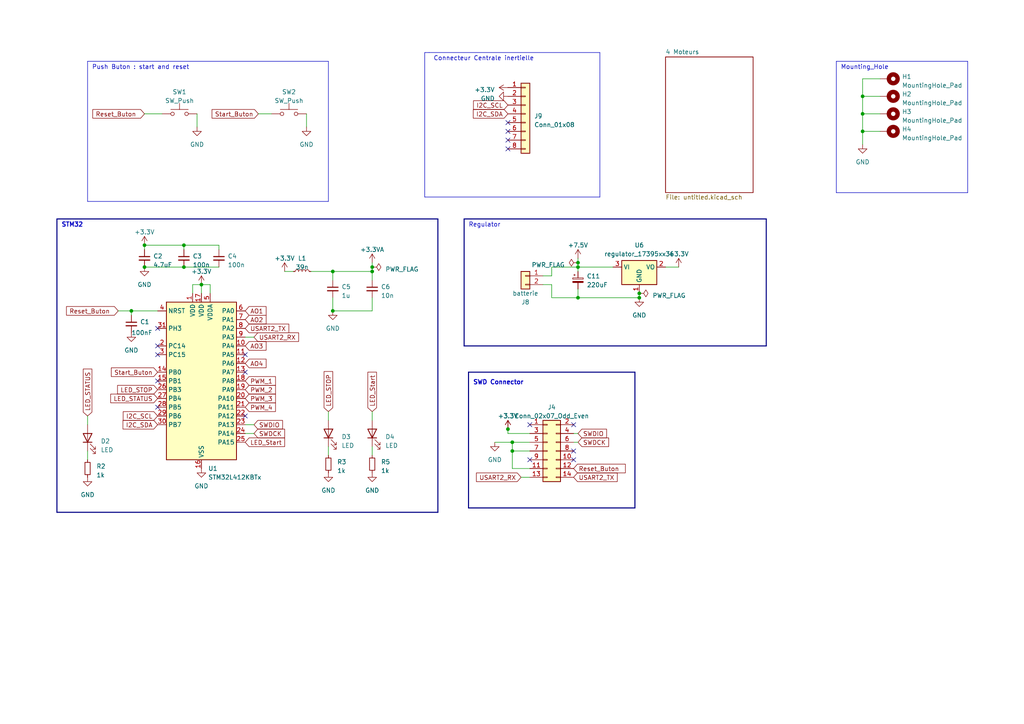
<source format=kicad_sch>
(kicad_sch (version 20230121) (generator eeschema)
  (paper "A4")
  (lib_symbols
    (symbol "Connector_Generic:Conn_01x02" (pin_names (offset 1.016) hide)
      (property "Reference" "J" (at 0 2.54 0))
      (property "Value" "Conn_01x02" (at 0 -5.08 0))
      (symbol "Conn_01x02_1_1"
        (rectangle (start -1.27 -2.413) (end 0 -2.667) (stroke (width 0.1524)))
        (rectangle (start -1.27 0.127) (end 0 -0.127) (stroke (width 0.1524)))
        (rectangle (start -1.27 1.27) (end 1.27 -3.81) (stroke (width 0.254)) (fill (type background)))
        (pin passive line (at -5.08 0 0) (length 3.81) (name "Pin_1") (number "1"))
        (pin passive line (at -5.08 -2.54 0) (length 3.81) (name "Pin_2") (number "2"))
      )
    )
    (symbol "Connector_Generic:Conn_01x08" (pin_names (offset 1.016) hide)
      (property "Reference" "J" (at 0 10.16 0))
      (property "Value" "Conn_01x08" (at 0 -12.7 0))
      (symbol "Conn_01x08_1_1"
        (rectangle (start -1.27 -10.033) (end 0 -10.287) (stroke (width 0.1524)))
        (rectangle (start -1.27 -7.493) (end 0 -7.747) (stroke (width 0.1524)))
        (rectangle (start -1.27 -4.953) (end 0 -5.207) (stroke (width 0.1524)))
        (rectangle (start -1.27 -2.413) (end 0 -2.667) (stroke (width 0.1524)))
        (rectangle (start -1.27 0.127) (end 0 -0.127) (stroke (width 0.1524)))
        (rectangle (start -1.27 2.667) (end 0 2.413) (stroke (width 0.1524)))
        (rectangle (start -1.27 5.207) (end 0 4.953) (stroke (width 0.1524)))
        (rectangle (start -1.27 7.747) (end 0 7.493) (stroke (width 0.1524)))
        (rectangle (start -1.27 8.89) (end 1.27 -11.43) (stroke (width 0.254)) (fill (type background)))
        (pin passive line (at -5.08 7.62 0) (length 3.81) (name "Pin_1") (number "1"))
        (pin passive line (at -5.08 5.08 0) (length 3.81) (name "Pin_2") (number "2"))
        (pin passive line (at -5.08 2.54 0) (length 3.81) (name "Pin_3") (number "3"))
        (pin passive line (at -5.08 0 0) (length 3.81) (name "Pin_4") (number "4"))
        (pin passive line (at -5.08 -2.54 0) (length 3.81) (name "Pin_5") (number "5"))
        (pin passive line (at -5.08 -5.08 0) (length 3.81) (name "Pin_6") (number "6"))
        (pin passive line (at -5.08 -7.62 0) (length 3.81) (name "Pin_7") (number "7"))
        (pin passive line (at -5.08 -10.16 0) (length 3.81) (name "Pin_8") (number "8"))
      )
    )
    (symbol "Connector_Generic:Conn_02x07_Odd_Even" (pin_names (offset 1.016) hide)
      (property "Reference" "J" (at 1.27 10.16 0))
      (property "Value" "Conn_02x07_Odd_Even" (at 1.27 -10.16 0))
      (symbol "Conn_02x07_Odd_Even_1_1"
        (rectangle (start -1.27 -7.493) (end 0 -7.747) (stroke (width 0.1524)))
        (rectangle (start -1.27 -4.953) (end 0 -5.207) (stroke (width 0.1524)))
        (rectangle (start -1.27 -2.413) (end 0 -2.667) (stroke (width 0.1524)))
        (rectangle (start -1.27 0.127) (end 0 -0.127) (stroke (width 0.1524)))
        (rectangle (start -1.27 2.667) (end 0 2.413) (stroke (width 0.1524)))
        (rectangle (start -1.27 5.207) (end 0 4.953) (stroke (width 0.1524)))
        (rectangle (start -1.27 7.747) (end 0 7.493) (stroke (width 0.1524)))
        (rectangle (start -1.27 8.89) (end 3.81 -8.89) (stroke (width 0.254)) (fill (type background)))
        (rectangle (start 3.81 -7.493) (end 2.54 -7.747) (stroke (width 0.1524)))
        (rectangle (start 3.81 -4.953) (end 2.54 -5.207) (stroke (width 0.1524)))
        (rectangle (start 3.81 -2.413) (end 2.54 -2.667) (stroke (width 0.1524)))
        (rectangle (start 3.81 0.127) (end 2.54 -0.127) (stroke (width 0.1524)))
        (rectangle (start 3.81 2.667) (end 2.54 2.413) (stroke (width 0.1524)))
        (rectangle (start 3.81 5.207) (end 2.54 4.953) (stroke (width 0.1524)))
        (rectangle (start 3.81 7.747) (end 2.54 7.493) (stroke (width 0.1524)))
        (pin passive line (at -5.08 7.62 0) (length 3.81) (name "Pin_1") (number "1"))
        (pin passive line (at 7.62 -2.54 180) (length 3.81) (name "Pin_10") (number "10"))
        (pin passive line (at -5.08 -5.08 0) (length 3.81) (name "Pin_11") (number "11"))
        (pin passive line (at 7.62 -5.08 180) (length 3.81) (name "Pin_12") (number "12"))
        (pin passive line (at -5.08 -7.62 0) (length 3.81) (name "Pin_13") (number "13"))
        (pin passive line (at 7.62 -7.62 180) (length 3.81) (name "Pin_14") (number "14"))
        (pin passive line (at 7.62 7.62 180) (length 3.81) (name "Pin_2") (number "2"))
        (pin passive line (at -5.08 5.08 0) (length 3.81) (name "Pin_3") (number "3"))
        (pin passive line (at 7.62 5.08 180) (length 3.81) (name "Pin_4") (number "4"))
        (pin passive line (at -5.08 2.54 0) (length 3.81) (name "Pin_5") (number "5"))
        (pin passive line (at 7.62 2.54 180) (length 3.81) (name "Pin_6") (number "6"))
        (pin passive line (at -5.08 0 0) (length 3.81) (name "Pin_7") (number "7"))
        (pin passive line (at 7.62 0 180) (length 3.81) (name "Pin_8") (number "8"))
        (pin passive line (at -5.08 -2.54 0) (length 3.81) (name "Pin_9") (number "9"))
      )
    )
    (symbol "Device:C_Polarized_Small" (pin_numbers hide) (pin_names (offset 0.254) hide)
      (property "Reference" "C" (at 0.254 1.778 0))
      (property "Value" "C_Polarized_Small" (at 0.254 -2.032 0))
      (symbol "C_Polarized_Small_0_1"
        (rectangle (start -1.524 -0.3048) (end 1.524 -0.6858) (fill (type outline)))
        (rectangle (start -1.524 0.6858) (end 1.524 0.3048))
        (polyline (pts (xy -1.27 1.524) (xy -0.762 1.524)))
        (polyline (pts (xy -1.016 1.27) (xy -1.016 1.778)))
      )
      (symbol "C_Polarized_Small_1_1"
        (pin passive line (at 0 2.54 270) (length 1.8542) (name "~") (number "1"))
        (pin passive line (at 0 -2.54 90) (length 1.8542) (name "~") (number "2"))
      )
    )
    (symbol "Device:C_Small" (pin_numbers hide) (pin_names (offset 0.254) hide)
      (property "Reference" "C" (at 0.254 1.778 0))
      (property "Value" "C_Small" (at 0.254 -2.032 0))
      (symbol "C_Small_0_1"
        (polyline (pts (xy -1.524 -0.508) (xy 1.524 -0.508)) (stroke (width 0.3302)))
        (polyline (pts (xy -1.524 0.508) (xy 1.524 0.508)) (stroke (width 0.3048)))
      )
      (symbol "C_Small_1_1"
        (pin passive line (at 0 2.54 270) (length 2.032) (name "~") (number "1"))
        (pin passive line (at 0 -2.54 90) (length 2.032) (name "~") (number "2"))
      )
    )
    (symbol "Device:LED" (pin_numbers hide) (pin_names (offset 1.016) hide)
      (property "Reference" "D" (at 0 2.54 0))
      (property "Value" "LED" (at 0 -2.54 0))
      (symbol "LED_0_1"
        (polyline (pts (xy -1.27 -1.27) (xy -1.27 1.27)) (stroke (width 0.254)))
        (polyline (pts (xy -1.27 0) (xy 1.27 0)))
        (polyline (pts (xy 1.27 -1.27) (xy 1.27 1.27) (xy -1.27 0) (xy 1.27 -1.27)) (stroke (width 0.254)))
        (polyline (pts (xy -3.048 -0.762) (xy -4.572 -2.286) (xy -3.81 -2.286) (xy -4.572 -2.286) (xy -4.572 -1.524)))
        (polyline (pts (xy -1.778 -0.762) (xy -3.302 -2.286) (xy -2.54 -2.286) (xy -3.302 -2.286) (xy -3.302 -1.524)))
      )
      (symbol "LED_1_1"
        (pin passive line (at -3.81 0 0) (length 2.54) (name "K") (number "1"))
        (pin passive line (at 3.81 0 180) (length 2.54) (name "A") (number "2"))
      )
    )
    (symbol "Device:L_Small" (pin_numbers hide) (pin_names (offset 0.254) hide)
      (property "Reference" "L" (at 0.762 1.016 0))
      (property "Value" "L_Small" (at 0.762 -1.016 0))
      (symbol "L_Small_0_1"
        (arc (start 0 -2.032) (mid 0.5058 -1.524) (end 0 -1.016))
        (arc (start 0 -1.016) (mid 0.5058 -0.508) (end 0 0))
        (arc (start 0 0) (mid 0.5058 0.508) (end 0 1.016))
        (arc (start 0 1.016) (mid 0.5058 1.524) (end 0 2.032))
      )
      (symbol "L_Small_1_1"
        (pin passive line (at 0 2.54 270) (length 0.508) (name "~") (number "1"))
        (pin passive line (at 0 -2.54 90) (length 0.508) (name "~") (number "2"))
      )
    )
    (symbol "Device:R_Small" (pin_numbers hide) (pin_names (offset 0.254) hide)
      (property "Reference" "R" (at 0.762 0.508 0))
      (property "Value" "R_Small" (at 0.762 -1.016 0))
      (symbol "R_Small_0_1"
        (rectangle (start -0.762 1.778) (end 0.762 -1.778) (stroke (width 0.2032)))
      )
      (symbol "R_Small_1_1"
        (pin passive line (at 0 2.54 270) (length 0.762) (name "~") (number "1"))
        (pin passive line (at 0 -2.54 90) (length 0.762) (name "~") (number "2"))
      )
    )
    (symbol "MCU_ST_STM32L4:STM32L412KBTx"
      (property "Reference" "U" (at -10.16 24.13 0))
      (property "Value" "STM32L412KBTx" (at 5.08 24.13 0))
      (symbol "STM32L412KBTx_0_1"
        (rectangle (start -10.16 -22.86) (end 10.16 22.86) (stroke (width 0.254)) (fill (type background)))
      )
      (symbol "STM32L412KBTx_1_1"
        (pin power_in line (at -2.54 25.4 270) (length 2.54) (name "VDD") (number "1"))
        (pin bidirectional line (at 12.7 10.16 180) (length 2.54) (name "PA4") (number "10"))
        (pin bidirectional line (at 12.7 7.62 180) (length 2.54) (name "PA5") (number "11"))
        (pin bidirectional line (at 12.7 5.08 180) (length 2.54) (name "PA6") (number "12"))
        (pin bidirectional line (at 12.7 2.54 180) (length 2.54) (name "PA7") (number "13"))
        (pin bidirectional line (at -12.7 2.54 0) (length 2.54) (name "PB0") (number "14"))
        (pin bidirectional line (at -12.7 0 0) (length 2.54) (name "PB1") (number "15"))
        (pin power_in line (at 0 -25.4 90) (length 2.54) (name "VSS") (number "16"))
        (pin power_in line (at 0 25.4 270) (length 2.54) (name "VDD") (number "17"))
        (pin bidirectional line (at 12.7 0 180) (length 2.54) (name "PA8") (number "18"))
        (pin bidirectional line (at 12.7 -2.54 180) (length 2.54) (name "PA9") (number "19"))
        (pin bidirectional line (at -12.7 10.16 0) (length 2.54) (name "PC14") (number "2"))
        (pin bidirectional line (at 12.7 -5.08 180) (length 2.54) (name "PA10") (number "20"))
        (pin bidirectional line (at 12.7 -7.62 180) (length 2.54) (name "PA11") (number "21"))
        (pin bidirectional line (at 12.7 -10.16 180) (length 2.54) (name "PA12") (number "22"))
        (pin bidirectional line (at 12.7 -12.7 180) (length 2.54) (name "PA13") (number "23"))
        (pin bidirectional line (at 12.7 -15.24 180) (length 2.54) (name "PA14") (number "24"))
        (pin bidirectional line (at 12.7 -17.78 180) (length 2.54) (name "PA15") (number "25"))
        (pin bidirectional line (at -12.7 -2.54 0) (length 2.54) (name "PB3") (number "26"))
        (pin bidirectional line (at -12.7 -5.08 0) (length 2.54) (name "PB4") (number "27"))
        (pin bidirectional line (at -12.7 -7.62 0) (length 2.54) (name "PB5") (number "28"))
        (pin bidirectional line (at -12.7 -10.16 0) (length 2.54) (name "PB6") (number "29"))
        (pin bidirectional line (at -12.7 7.62 0) (length 2.54) (name "PC15") (number "3"))
        (pin bidirectional line (at -12.7 -12.7 0) (length 2.54) (name "PB7") (number "30"))
        (pin bidirectional line (at -12.7 15.24 0) (length 2.54) (name "PH3") (number "31"))
        (pin passive line (at 0 -25.4 90) (length 2.54) hide (name "VSS") (number "32"))
        (pin input line (at -12.7 20.32 0) (length 2.54) (name "NRST") (number "4"))
        (pin power_in line (at 2.54 25.4 270) (length 2.54) (name "VDDA") (number "5"))
        (pin bidirectional line (at 12.7 20.32 180) (length 2.54) (name "PA0") (number "6"))
        (pin bidirectional line (at 12.7 17.78 180) (length 2.54) (name "PA1") (number "7"))
        (pin bidirectional line (at 12.7 15.24 180) (length 2.54) (name "PA2") (number "8"))
        (pin bidirectional line (at 12.7 12.7 180) (length 2.54) (name "PA3") (number "9"))
      )
    )
    (symbol "Mechanical:MountingHole_Pad" (pin_numbers hide) (pin_names (offset 1.016) hide)
      (property "Reference" "H" (at 0 6.35 0))
      (property "Value" "MountingHole_Pad" (at 0 4.445 0))
      (symbol "MountingHole_Pad_0_1"
        (circle (center 0 1.27) (radius 1.27) (stroke (width 1.27)))
      )
      (symbol "MountingHole_Pad_1_1"
        (pin input line (at 0 -2.54 90) (length 2.54) (name "1") (number "1"))
      )
    )
    (symbol "Regulator_Linear:AMS1117-3.3"
      (property "Reference" "U" (at -3.81 3.175 0))
      (property "Value" "AMS1117-3.3" (at 0 3.175 0))
      (symbol "AMS1117-3.3_0_1"
        (rectangle (start -5.08 -5.08) (end 5.08 1.905) (stroke (width 0.254)) (fill (type background)))
      )
      (symbol "AMS1117-3.3_1_1"
        (pin power_in line (at 0 -7.62 90) (length 2.54) (name "GND") (number "1"))
        (pin power_out line (at 7.62 0 180) (length 2.54) (name "VO") (number "2"))
        (pin power_in line (at -7.62 0 0) (length 2.54) (name "VI") (number "3"))
      )
    )
    (symbol "Switch:SW_Push" (pin_numbers hide) (pin_names (offset 1.016) hide)
      (property "Reference" "SW" (at 1.27 2.54 0))
      (property "Value" "SW_Push" (at 0 -1.524 0))
      (symbol "SW_Push_0_1"
        (circle (center -2.032 0) (radius 0.508))
        (polyline (pts (xy 0 1.27) (xy 0 3.048)))
        (polyline (pts (xy 2.54 1.27) (xy -2.54 1.27)))
        (circle (center 2.032 0) (radius 0.508))
        (pin passive line (at -5.08 0 0) (length 2.54) (name "1") (number "1"))
        (pin passive line (at 5.08 0 180) (length 2.54) (name "2") (number "2"))
      )
    )
    (symbol "power:+3.3V" (power) (pin_names (offset 0))
      (property "Value" "+3.3V" (at 0 3.556 0))
      (symbol "+3.3V_0_1"
        (polyline (pts (xy -0.762 1.27) (xy 0 2.54)))
        (polyline (pts (xy 0 0) (xy 0 2.54)))
        (polyline (pts (xy 0 2.54) (xy 0.762 1.27)))
      )
      (symbol "+3.3V_1_1"
        (pin power_in line (at 0 0 90) (length 0) hide (name "+3.3V") (number "1"))
      )
    )
    (symbol "power:+3.3VA" (power) (pin_names (offset 0))
      (property "Value" "+3.3VA" (at 0 3.556 0))
      (symbol "+3.3VA_0_1"
        (polyline (pts (xy -0.762 1.27) (xy 0 2.54)))
        (polyline (pts (xy 0 0) (xy 0 2.54)))
        (polyline (pts (xy 0 2.54) (xy 0.762 1.27)))
      )
      (symbol "+3.3VA_1_1"
        (pin power_in line (at 0 0 90) (length 0) hide (name "+3.3VA") (number "1"))
      )
    )
    (symbol "power:+7.5V" (power) (pin_names (offset 0))
      (property "Value" "+7.5V" (at 0 3.556 0))
      (symbol "+7.5V_0_1"
        (polyline (pts (xy -0.762 1.27) (xy 0 2.54)))
        (polyline (pts (xy 0 0) (xy 0 2.54)))
        (polyline (pts (xy 0 2.54) (xy 0.762 1.27)))
      )
      (symbol "+7.5V_1_1"
        (pin power_in line (at 0 0 90) (length 0) hide (name "+7.5V") (number "1"))
      )
    )
    (symbol "power:GND" (power) (pin_names (offset 0))
      (property "Value" "GND" (at 0 -3.81 0))
      (symbol "GND_0_1"
        (polyline (pts (xy 0 0) (xy 0 -1.27) (xy 1.27 -1.27) (xy 0 -2.54) (xy -1.27 -1.27) (xy 0 -1.27)))
      )
      (symbol "GND_1_1"
        (pin power_in line (at 0 0 270) (length 0) hide (name "GND") (number "1"))
      )
    )
    (symbol "power:PWR_FLAG" (power) (pin_numbers hide) (pin_names (offset 0) hide)
      (property "Value" "PWR_FLAG" (at 0 3.81 0))
      (symbol "PWR_FLAG_0_0"
        (pin power_out line (at 0 0 90) (length 0) (name "pwr") (number "1"))
      )
      (symbol "PWR_FLAG_0_1"
        (polyline (pts (xy 0 0) (xy 0 1.27) (xy -1.016 1.905) (xy 0 2.54) (xy 1.016 1.905) (xy 0 1.27)))
      )
    )
  )
  (junction (at 38.1 90.17))
  (junction (at 107.95 77.47))
  (junction (at 53.34 71.12))
  (junction (at 185.42 86.36))
  (junction (at 147.32 124.46))
  (junction (at 58.42 82.55))
  (junction (at 107.95 78.74))
  (junction (at 53.34 77.47))
  (junction (at 41.91 77.47))
  (junction (at 167.64 77.47))
  (junction (at 185.42 85.09))
  (junction (at 96.52 78.74))
  (junction (at 148.59 130.81))
  (junction (at 250.19 27.94))
  (junction (at 148.59 128.27))
  (junction (at 167.64 76.2))
  (junction (at 41.91 71.12))
  (junction (at 96.52 90.17))
  (junction (at 167.64 86.36))
  (junction (at 250.19 33.02))
  (junction (at 250.19 38.1))
  (no_connect (at 153.67 133.35))
  (no_connect (at 147.32 40.64))
  (no_connect (at 147.32 35.56))
  (no_connect (at 45.72 118.11))
  (no_connect (at 45.72 100.33))
  (no_connect (at 147.32 38.1))
  (no_connect (at 166.37 130.81))
  (no_connect (at 147.32 43.18))
  (no_connect (at 166.37 133.35))
  (no_connect (at 153.67 123.19))
  (no_connect (at 71.12 107.95))
  (no_connect (at 45.72 110.49))
  (no_connect (at 45.72 95.25))
  (no_connect (at 71.12 120.65))
  (no_connect (at 166.37 123.19))
  (no_connect (at 71.12 102.87))
  (no_connect (at 45.72 102.87))
  (wire (pts (xy 255.27 22.86) (xy 250.19 22.86)))
  (polyline (pts (xy 123.19 15.24) (xy 124.46 15.24)))
  (polyline (pts (xy 280.67 17.78) (xy 280.67 55.88)))
  (wire (pts (xy 34.29 90.17) (xy 38.1 90.17)))
  (wire (pts (xy 160.02 86.36) (xy 167.64 86.36)))
  (wire (pts (xy 107.95 129.54) (xy 107.95 132.08)))
  (wire (pts (xy 107.95 90.17) (xy 96.52 90.17)))
  (wire (pts (xy 38.1 90.17) (xy 38.1 91.44)))
  (wire (pts (xy 25.4 130.81) (xy 25.4 133.35)))
  (wire (pts (xy 41.91 77.47) (xy 53.34 77.47)))
  (wire (pts (xy 53.34 77.47) (xy 63.5 77.47)))
  (bus (pts (xy 134.62 63.5) (xy 222.25 63.5)))
  (wire (pts (xy 250.19 33.02) (xy 250.19 38.1)))
  (wire (pts (xy 148.59 130.81) (xy 153.67 130.81)))
  (wire (pts (xy 73.66 125.73) (xy 71.12 125.73)))
  (wire (pts (xy 55.88 82.55) (xy 58.42 82.55)))
  (wire (pts (xy 167.64 86.36) (xy 185.42 86.36)))
  (wire (pts (xy 250.19 38.1) (xy 250.19 41.91)))
  (bus (pts (xy 222.25 100.33) (xy 134.62 100.33)))
  (wire (pts (xy 147.32 125.73) (xy 147.32 124.46)))
  (wire (pts (xy 167.64 76.2) (xy 167.64 77.47)))
  (bus (pts (xy 222.25 63.5) (xy 222.25 100.33)))
  (wire (pts (xy 63.5 72.39) (xy 63.5 71.12)))
  (wire (pts (xy 196.85 77.47) (xy 193.04 77.47)))
  (wire (pts (xy 167.64 74.93) (xy 167.64 76.2)))
  (wire (pts (xy 107.95 86.36) (xy 107.95 90.17)))
  (wire (pts (xy 55.88 85.09) (xy 55.88 82.55)))
  (wire (pts (xy 148.59 135.89) (xy 153.67 135.89)))
  (wire (pts (xy 96.52 78.74) (xy 96.52 81.28)))
  (wire (pts (xy 167.64 77.47) (xy 177.8 77.47)))
  (polyline (pts (xy 242.57 17.78) (xy 280.67 17.78)))
  (wire (pts (xy 73.66 123.19) (xy 71.12 123.19)))
  (wire (pts (xy 153.67 125.73) (xy 147.32 125.73)))
  (wire (pts (xy 250.19 33.02) (xy 255.27 33.02)))
  (polyline (pts (xy 95.25 17.78) (xy 95.25 58.42)))
  (wire (pts (xy 25.4 120.65) (xy 25.4 123.19)))
  (wire (pts (xy 107.95 81.28) (xy 107.95 78.74)))
  (wire (pts (xy 167.64 83.82) (xy 167.64 86.36)))
  (wire (pts (xy 95.25 129.54) (xy 95.25 132.08)))
  (wire (pts (xy 167.64 125.73) (xy 166.37 125.73)))
  (polyline (pts (xy 123.19 57.15) (xy 123.19 15.24)))
  (wire (pts (xy 41.91 33.02) (xy 46.99 33.02)))
  (wire (pts (xy 90.17 78.74) (xy 96.52 78.74)))
  (wire (pts (xy 41.91 72.39) (xy 41.91 71.12)))
  (wire (pts (xy 160.02 82.55) (xy 160.02 86.36)))
  (polyline (pts (xy 25.4 17.78) (xy 25.4 58.42)))
  (wire (pts (xy 157.48 82.55) (xy 160.02 82.55)))
  (wire (pts (xy 107.95 76.2) (xy 107.95 77.47)))
  (wire (pts (xy 160.02 80.01) (xy 160.02 77.47)))
  (polyline (pts (xy 124.46 15.24) (xy 173.99 15.24)))
  (polyline (pts (xy 173.99 15.24) (xy 173.99 57.15)))
  (wire (pts (xy 255.27 27.94) (xy 250.19 27.94)))
  (wire (pts (xy 250.19 22.86) (xy 250.19 27.94)))
  (wire (pts (xy 63.5 71.12) (xy 53.34 71.12)))
  (wire (pts (xy 167.64 128.27) (xy 166.37 128.27)))
  (wire (pts (xy 58.42 82.55) (xy 58.42 85.09)))
  (wire (pts (xy 167.64 78.74) (xy 167.64 77.47)))
  (polyline (pts (xy 242.57 17.78) (xy 242.57 55.88)))
  (wire (pts (xy 88.9 33.02) (xy 88.9 36.83)))
  (wire (pts (xy 160.02 77.47) (xy 167.64 77.47)))
  (wire (pts (xy 60.96 82.55) (xy 60.96 85.09)))
  (bus (pts (xy 127 148.59) (xy 16.51 148.59)))
  (wire (pts (xy 148.59 128.27) (xy 153.67 128.27)))
  (wire (pts (xy 95.25 119.38) (xy 95.25 121.92)))
  (wire (pts (xy 74.93 33.02) (xy 78.74 33.02)))
  (wire (pts (xy 53.34 71.12) (xy 53.34 72.39)))
  (bus (pts (xy 16.51 63.5) (xy 127 63.5)))
  (wire (pts (xy 82.55 78.74) (xy 85.09 78.74)))
  (wire (pts (xy 96.52 90.17) (xy 96.52 86.36)))
  (wire (pts (xy 143.51 128.27) (xy 148.59 128.27)))
  (bus (pts (xy 127 63.5) (xy 127 148.59)))
  (polyline (pts (xy 280.67 55.88) (xy 242.57 55.88)))
  (bus (pts (xy 16.51 63.5) (xy 16.51 148.59)))
  (bus (pts (xy 184.15 147.32) (xy 135.89 147.32)))
  (bus (pts (xy 135.89 107.95) (xy 135.89 147.32)))
  (wire (pts (xy 107.95 77.47) (xy 107.95 78.74)))
  (polyline (pts (xy 25.4 17.78) (xy 95.25 17.78)))
  (wire (pts (xy 250.19 27.94) (xy 250.19 33.02)))
  (bus (pts (xy 134.62 100.33) (xy 134.62 63.5)))
  (bus (pts (xy 184.15 107.95) (xy 184.15 147.32)))
  (wire (pts (xy 250.19 38.1) (xy 255.27 38.1)))
  (wire (pts (xy 151.13 138.43) (xy 153.67 138.43)))
  (wire (pts (xy 148.59 128.27) (xy 148.59 130.81)))
  (wire (pts (xy 58.42 82.55) (xy 60.96 82.55)))
  (wire (pts (xy 41.91 71.12) (xy 53.34 71.12)))
  (polyline (pts (xy 173.99 57.15) (xy 123.19 57.15)))
  (wire (pts (xy 148.59 130.81) (xy 148.59 135.89)))
  (wire (pts (xy 185.42 86.36) (xy 185.42 85.09)))
  (polyline (pts (xy 95.25 58.42) (xy 25.4 58.42)))
  (wire (pts (xy 38.1 90.17) (xy 45.72 90.17)))
  (bus (pts (xy 135.89 107.95) (xy 184.15 107.95)))
  (wire (pts (xy 157.48 80.01) (xy 160.02 80.01)))
  (wire (pts (xy 107.95 78.74) (xy 96.52 78.74)))
  (wire (pts (xy 73.66 97.79) (xy 71.12 97.79)))
  (wire (pts (xy 57.15 33.02) (xy 57.15 36.83)))
  (wire (pts (xy 107.95 119.38) (xy 107.95 121.92)))
  (text "Mounting_Hole\n" (at 243.84 20.32 0) (effects (font (size 1.27 1.27)) (justify left bottom)))
  (text "STM32" (at 17.78 66.04 0) (effects (font (size 1.27 1.27) (thickness 0.254) bold) (justify left bottom)))
  (text "Push Buton : start and reset\n" (at 26.67 20.32 0) (effects (font (size 1.27 1.27)) (justify left bottom)))
  (text "SWD Connector" (at 137.16 111.76 0) (effects (font (size 1.27 1.27) (thickness 0.254) bold) (justify left bottom)))
  (text "Connecteur Centrale inertielle\n" (at 125.73 17.78 0) (effects (font (size 1.27 1.27)) (justify left bottom)))
  (text "Regulator\n" (at 135.89 66.04 0) (effects (font (size 1.27 1.27)) (justify left bottom)))
  (global_label "Start_Buton" (shape input) (at 45.72 107.95 180) (property "Intersheetrefs" "${INTERSHEET_REFS}" (effects hide)))
  (global_label "Start_Buton" (shape input) (at 74.93 33.02 180) (property "Intersheetrefs" "${INTERSHEET_REFS}" (effects hide)))
  (global_label "AO3" (shape input) (at 71.12 100.33 0) (property "Intersheetrefs" "${INTERSHEET_REFS}" (effects hide)))
  (global_label "SWDCK" (shape input) (at 73.66 125.73 0) (property "Intersheetrefs" "${INTERSHEET_REFS}" (effects hide)))
  (global_label "SWDCK" (shape input) (at 167.64 128.27 0) (property "Intersheetrefs" "${INTERSHEET_REFS}" (effects hide)))
  (global_label "PWM_2" (shape input) (at 71.12 113.03 0) (property "Intersheetrefs" "${INTERSHEET_REFS}" (effects hide)))
  (global_label "I2C_SCL" (shape input) (at 147.32 30.48 180) (property "Intersheetrefs" "${INTERSHEET_REFS}" (effects hide)))
  (global_label "Reset_Buton " (shape input) (at 41.91 33.02 180) (property "Intersheetrefs" "${INTERSHEET_REFS}" (effects hide)))
  (global_label "SWDIO" (shape input) (at 167.64 125.73 0) (property "Intersheetrefs" "${INTERSHEET_REFS}" (effects hide)))
  (global_label "I2C_SCL" (shape input) (at 45.72 120.65 180) (property "Intersheetrefs" "${INTERSHEET_REFS}" (effects hide)))
  (global_label "USART2_RX" (shape input) (at 73.66 97.79 0) (property "Intersheetrefs" "${INTERSHEET_REFS}" (effects hide)))
  (global_label "AO2" (shape input) (at 71.12 92.71 0) (property "Intersheetrefs" "${INTERSHEET_REFS}" (effects hide)))
  (global_label "USART2_RX" (shape input) (at 151.13 138.43 180) (property "Intersheetrefs" "${INTERSHEET_REFS}" (effects hide)))
  (global_label "LED_STATUS" (shape input) (at 25.4 120.65 90) (property "Intersheetrefs" "${INTERSHEET_REFS}" (effects hide)))
  (global_label "PWM_1" (shape input) (at 71.12 110.49 0) (property "Intersheetrefs" "${INTERSHEET_REFS}" (effects hide)))
  (global_label "LED_STOP" (shape input) (at 95.25 119.38 90) (property "Intersheetrefs" "${INTERSHEET_REFS}" (effects hide)))
  (global_label "PWM_4" (shape input) (at 71.12 118.11 0) (property "Intersheetrefs" "${INTERSHEET_REFS}" (effects hide)))
  (global_label "USART2_TX" (shape input) (at 71.12 95.25 0) (property "Intersheetrefs" "${INTERSHEET_REFS}" (effects hide)))
  (global_label "Reset_Buton " (shape input) (at 34.29 90.17 180) (property "Intersheetrefs" "${INTERSHEET_REFS}" (effects hide)))
  (global_label "I2C_SDA" (shape input) (at 147.32 33.02 180) (property "Intersheetrefs" "${INTERSHEET_REFS}" (effects hide)))
  (global_label "AO4" (shape input) (at 71.12 105.41 0) (property "Intersheetrefs" "${INTERSHEET_REFS}" (effects hide)))
  (global_label "PWM_3" (shape input) (at 71.12 115.57 0) (property "Intersheetrefs" "${INTERSHEET_REFS}" (effects hide)))
  (global_label "USART2_TX" (shape input) (at 166.37 138.43 0) (property "Intersheetrefs" "${INTERSHEET_REFS}" (effects hide)))
  (global_label "AO1" (shape input) (at 71.12 90.17 0) (property "Intersheetrefs" "${INTERSHEET_REFS}" (effects hide)))
  (global_label "LED_STOP" (shape input) (at 45.72 113.03 180) (property "Intersheetrefs" "${INTERSHEET_REFS}" (effects hide)))
  (global_label "Reset_Buton " (shape input) (at 166.37 135.89 0) (property "Intersheetrefs" "${INTERSHEET_REFS}" (effects hide)))
  (global_label "LED_STATUS" (shape input) (at 45.72 115.57 180) (property "Intersheetrefs" "${INTERSHEET_REFS}" (effects hide)))
  (global_label "I2C_SDA" (shape input) (at 45.72 123.19 180) (property "Intersheetrefs" "${INTERSHEET_REFS}" (effects hide)))
  (global_label "LED_Start" (shape input) (at 107.95 119.38 90) (property "Intersheetrefs" "${INTERSHEET_REFS}" (effects hide)))
  (global_label "SWDIO" (shape input) (at 73.66 123.19 0) (property "Intersheetrefs" "${INTERSHEET_REFS}" (effects hide)))
  (global_label "LED_Start" (shape input) (at 71.12 128.27 0) (property "Intersheetrefs" "${INTERSHEET_REFS}" (effects hide)))
  (symbol (lib_id "power:+3.3V") (at 196.85 77.47 0) (unit 1)
    (property "Reference" "#PWR045" (effects hide))
    (property "Value" "+3.3V" (at 196.85 73.66 0))
  )
  (symbol (lib_id "Connector_Generic:Conn_01x08") (at 152.4 33.02 0) (unit 1)
    (property "Reference" "J9" (at 154.94 33.655 0) (effects (justify left)))
    (property "Value" "Conn_01x08" (at 154.94 36.195 0) (effects (justify left)))
    (property "Footprint" "Connector_JST:JST_XH_B8B-XH-A_1x08_P2.50mm_Vertical" (effects hide))
  )
  (symbol (lib_id "Device:C_Small") (at 96.52 83.82 0) (unit 1)
    (property "Reference" "C5" (at 99.06 83.1913 0) (effects (justify left)))
    (property "Value" "1u" (at 99.06 85.7313 0) (effects (justify left)))
    (property "Footprint" "Capacitor_SMD:C_0603_1608Metric_Pad1.08x0.95mm_HandSolder" (effects hide))
  )
  (symbol (lib_id "power:GND") (at 143.51 128.27 0) (unit 1)
    (property "Reference" "#PWR019" (effects hide))
    (property "Value" "GND" (at 143.51 133.35 0))
  )
  (symbol (lib_id "Connector_Generic:Conn_02x07_Odd_Even") (at 158.75 130.81 0) (unit 1)
    (property "Reference" "J4" (at 160.02 118.11 0))
    (property "Value" "Conn_02x07_Odd_Even" (at 160.02 120.65 0))
    (property "Footprint" "Connector_PinHeader_1.27mm:PinHeader_2x07_P1.27mm_Vertical_SMD" (effects hide))
  )
  (symbol (lib_id "power:+3.3V") (at 58.42 82.55 0) (unit 1)
    (property "Reference" "#PWR05" (effects hide))
    (property "Value" "+3.3V" (at 58.42 78.74 0))
  )
  (symbol (lib_id "Device:C_Polarized_Small") (at 167.64 81.28 0) (unit 1)
    (property "Reference" "C11" (at 170.18 80.0989 0) (effects (justify left)))
    (property "Value" "220uF" (at 170.18 82.6389 0) (effects (justify left)))
    (property "Footprint" "Capacitor_SMD:CP_Elec_8x10.5" (effects hide))
  )
  (symbol (lib_id "Device:C_Small") (at 41.91 74.93 0) (unit 1)
    (property "Reference" "C2" (at 44.45 74.3013 0) (effects (justify left)))
    (property "Value" "4.7uF" (at 44.45 76.8413 0) (effects (justify left)))
    (property "Footprint" "Capacitor_SMD:C_0603_1608Metric_Pad1.08x0.95mm_HandSolder" (effects hide))
  )
  (symbol (lib_id "MCU_ST_STM32L4:STM32L412KBTx") (at 58.42 110.49 0) (unit 1)
    (property "Reference" "U1" (at 60.3759 135.89 0) (effects (justify left)))
    (property "Value" "STM32L412KBTx" (at 60.3759 138.43 0) (effects (justify left)))
    (property "Footprint" "Package_QFP:LQFP-32_7x7mm_P0.8mm" (effects hide))
    (property "Datasheet" "https://www.st.com/resource/en/datasheet/stm32l412kb.pdf" (effects hide))
  )
  (symbol (lib_id "Device:C_Small") (at 53.34 74.93 0) (unit 1)
    (property "Reference" "C3" (at 55.88 74.3013 0) (effects (justify left)))
    (property "Value" "100n" (at 55.88 76.8413 0) (effects (justify left)))
    (property "Footprint" "Capacitor_SMD:C_0603_1608Metric_Pad1.08x0.95mm_HandSolder" (effects hide))
  )
  (symbol (lib_id "power:GND") (at 25.4 138.43 0) (unit 1)
    (property "Reference" "#PWR012" (effects hide))
    (property "Value" "GND" (at 25.4 143.51 0))
  )
  (symbol (lib_id "power:GND") (at 38.1 96.52 0) (unit 1)
    (property "Reference" "#PWR011" (effects hide))
    (property "Value" "GND" (at 38.1 101.6 0))
  )
  (symbol (lib_id "power:GND") (at 147.32 27.94 270) (unit 1)
    (property "Reference" "#PWR09" (effects hide))
    (property "Value" "GND" (at 143.51 28.575 90) (effects (justify right)))
  )
  (symbol (lib_id "Device:C_Small") (at 107.95 83.82 0) (unit 1)
    (property "Reference" "C6" (at 110.49 83.1913 0) (effects (justify left)))
    (property "Value" "10n" (at 110.49 85.7313 0) (effects (justify left)))
    (property "Footprint" "Capacitor_SMD:C_0603_1608Metric_Pad1.08x0.95mm_HandSolder" (effects hide))
  )
  (symbol (lib_id "Connector_Generic:Conn_01x02") (at 152.4 80.01 0) (mirror y) (unit 1)
    (property "Reference" "J8" (at 152.4 87.63 0))
    (property "Value" "batterie" (at 152.4 85.09 0))
    (property "Footprint" "Connector_JST:JST_XH_B2B-XH-A_1x02_P2.50mm_Vertical" (effects hide))
  )
  (symbol (lib_id "Device:R_Small") (at 95.25 134.62 0) (unit 1)
    (property "Reference" "R3" (at 97.79 133.985 0) (effects (justify left)))
    (property "Value" "1k" (at 97.79 136.525 0) (effects (justify left)))
    (property "Footprint" "Resistor_SMD:R_0603_1608Metric_Pad0.98x0.95mm_HandSolder" (effects hide))
  )
  (symbol (lib_id "power:+3.3V") (at 147.32 124.46 0) (unit 1)
    (property "Reference" "#PWR021" (effects hide))
    (property "Value" "+3.3V" (at 147.32 120.65 0))
  )
  (symbol (lib_id "power:+7.5V") (at 167.64 74.93 0) (unit 1)
    (property "Reference" "#PWR046" (effects hide))
    (property "Value" "+7.5V" (at 167.64 71.12 0))
  )
  (symbol (lib_id "Mechanical:MountingHole_Pad") (at 257.81 27.94 270) (unit 1)
    (property "Reference" "H2" (at 261.62 27.305 90) (effects (justify left)))
    (property "Value" "MountingHole_Pad" (at 261.62 29.845 90) (effects (justify left)))
    (property "Footprint" "MountingHole:MountingHole_3.2mm_M3_DIN965_Pad" (effects hide))
  )
  (symbol (lib_id "Mechanical:MountingHole_Pad") (at 257.81 38.1 270) (unit 1)
    (property "Reference" "H4" (at 261.62 37.465 90) (effects (justify left)))
    (property "Value" "MountingHole_Pad" (at 261.62 40.005 90) (effects (justify left)))
    (property "Footprint" "MountingHole:MountingHole_3.2mm_M3_DIN965_Pad" (effects hide))
  )
  (symbol (lib_id "Device:R_Small") (at 107.95 134.62 0) (unit 1)
    (property "Reference" "R5" (at 110.49 133.985 0) (effects (justify left)))
    (property "Value" "1k" (at 110.49 136.525 0) (effects (justify left)))
    (property "Footprint" "Resistor_SMD:R_0603_1608Metric_Pad0.98x0.95mm_HandSolder" (effects hide))
  )
  (symbol (lib_id "Mechanical:MountingHole_Pad") (at 257.81 22.86 270) (unit 1)
    (property "Reference" "H1" (at 261.62 22.225 90) (effects (justify left)))
    (property "Value" "MountingHole_Pad" (at 261.62 24.765 90) (effects (justify left)))
    (property "Footprint" "MountingHole:MountingHole_3.2mm_M3_DIN965_Pad" (effects hide))
  )
  (symbol (lib_id "Mechanical:MountingHole_Pad") (at 257.81 33.02 270) (unit 1)
    (property "Reference" "H3" (at 261.62 32.385 90) (effects (justify left)))
    (property "Value" "MountingHole_Pad" (at 261.62 34.925 90) (effects (justify left)))
    (property "Footprint" "MountingHole:MountingHole_3.2mm_M3_DIN965_Pad" (effects hide))
  )
  (symbol (lib_id "power:+3.3VA") (at 107.95 76.2 0) (unit 1)
    (property "Reference" "#PWR017" (effects hide))
    (property "Value" "+3.3VA" (at 107.95 72.39 0))
  )
  (symbol (lib_id "power:PWR_FLAG") (at 167.64 76.2 90) (unit 1)
    (property "Reference" "#FLG01" (effects hide))
    (property "Value" "PWR_FLAG" (at 163.83 76.835 90) (effects (justify left)))
  )
  (symbol (lib_id "power:+3.3V") (at 147.32 124.46 0) (unit 1)
    (property "Reference" "#PWR020" (effects hide))
    (property "Value" "+3.3V" (at 147.32 120.65 0))
  )
  (symbol (lib_id "power:GND") (at 96.52 90.17 0) (unit 1)
    (property "Reference" "#PWR018" (effects hide))
    (property "Value" "GND" (at 96.52 95.25 0))
  )
  (symbol (lib_id "power:PWR_FLAG") (at 185.42 85.09 270) (unit 1)
    (property "Reference" "#FLG04" (effects hide))
    (property "Value" "PWR_FLAG" (at 189.23 85.725 90) (effects (justify left)))
  )
  (symbol (lib_id "power:+3.3V") (at 82.55 78.74 0) (unit 1)
    (property "Reference" "#PWR016" (effects hide))
    (property "Value" "+3.3V" (at 82.55 74.93 0))
  )
  (symbol (lib_id "power:GND") (at 250.19 41.91 0) (unit 1)
    (property "Reference" "#PWR01" (effects hide))
    (property "Value" "GND" (at 250.19 46.99 0))
  )
  (symbol (lib_id "Switch:SW_Push") (at 52.07 33.02 0) (unit 1)
    (property "Reference" "SW1" (at 52.07 26.67 0))
    (property "Value" "SW_Push" (at 52.07 29.21 0))
    (property "Footprint" "Button_Switch_THT:SW_Push_1P2T_Vertical_E-Switch_800UDP8P1A1M6" (effects hide))
  )
  (symbol (lib_id "power:GND") (at 185.42 86.36 0) (unit 1)
    (property "Reference" "#PWR013" (effects hide))
    (property "Value" "GND" (at 185.42 91.44 0))
  )
  (symbol (lib_id "Device:L_Small") (at 87.63 78.74 90) (unit 1)
    (property "Reference" "L1" (at 87.63 74.93 90))
    (property "Value" "39n" (at 87.63 77.47 90))
    (property "Footprint" "Inductor_SMD:L_0805_2012Metric_Pad1.15x1.40mm_HandSolder" (effects hide))
  )
  (symbol (lib_id "Device:C_Small") (at 63.5 74.93 0) (unit 1)
    (property "Reference" "C4" (at 66.04 74.3013 0) (effects (justify left)))
    (property "Value" "100n" (at 66.04 76.8413 0) (effects (justify left)))
    (property "Footprint" "Capacitor_SMD:C_0603_1608Metric_Pad1.08x0.95mm_HandSolder" (effects hide))
  )
  (symbol (lib_id "Regulator_Linear:AMS1117-3.3") (at 185.42 77.47 0) (unit 1)
    (property "Reference" "U6" (at 185.42 71.12 0))
    (property "Value" "regulator_17395xx36" (at 185.42 73.66 0))
    (property "Footprint" "Package_TO_SOT_SMD:SOT-223-3_TabPin2" (effects hide))
    (property "Datasheet" "http://www.advanced-monolithic.com/pdf/ds1117.pdf" (effects hide))
  )
  (symbol (lib_id "power:+3.3V") (at 41.91 71.12 0) (unit 1)
    (property "Reference" "#PWR015" (effects hide))
    (property "Value" "+3.3V" (at 41.91 67.31 0))
  )
  (symbol (lib_id "power:GND") (at 95.25 137.16 0) (unit 1)
    (property "Reference" "#PWR022" (effects hide))
    (property "Value" "GND" (at 95.25 142.24 0))
  )
  (symbol (lib_id "power:GND") (at 57.15 36.83 0) (unit 1)
    (property "Reference" "#PWR06" (effects hide))
    (property "Value" "GND" (at 57.15 41.91 0))
  )
  (symbol (lib_id "power:PWR_FLAG") (at 107.95 77.47 270) (unit 1)
    (property "Reference" "#FLG02" (effects hide))
    (property "Value" "PWR_FLAG" (at 111.76 78.105 90) (effects (justify left)))
  )
  (symbol (lib_id "power:GND") (at 88.9 36.83 0) (unit 1)
    (property "Reference" "#PWR07" (effects hide))
    (property "Value" "GND" (at 88.9 41.91 0))
  )
  (symbol (lib_id "Device:LED") (at 25.4 127 90) (unit 1)
    (property "Reference" "D2" (at 29.21 127.9525 90) (effects (justify right)))
    (property "Value" "LED" (at 29.21 130.4925 90) (effects (justify right)))
    (property "Footprint" "LED_SMD:LED_0603_1608Metric_Pad1.05x0.95mm_HandSolder" (effects hide))
  )
  (symbol (lib_id "power:GND") (at 58.42 135.89 0) (unit 1)
    (property "Reference" "#PWR010" (effects hide))
    (property "Value" "GND" (at 58.42 140.97 0))
  )
  (symbol (lib_id "power:+3.3V") (at 147.32 25.4 90) (unit 1)
    (property "Reference" "#PWR08" (effects hide))
    (property "Value" "+3.3V" (at 143.51 26.035 90) (effects (justify left)))
  )
  (symbol (lib_id "Device:C_Small") (at 38.1 93.98 0) (unit 1)
    (property "Reference" "C1" (at 40.64 93.3513 0) (effects (justify left)))
    (property "Value" "100nF" (at 38.1 96.52 0) (effects (justify left)))
    (property "Footprint" "Capacitor_SMD:C_0603_1608Metric_Pad1.08x0.95mm_HandSolder" (effects hide))
  )
  (symbol (lib_id "Device:R_Small") (at 25.4 135.89 0) (unit 1)
    (property "Reference" "R2" (at 27.94 135.255 0) (effects (justify left)))
    (property "Value" "1k" (at 27.94 137.795 0) (effects (justify left)))
    (property "Footprint" "Resistor_SMD:R_0603_1608Metric_Pad0.98x0.95mm_HandSolder" (effects hide))
  )
  (symbol (lib_id "Device:LED") (at 95.25 125.73 90) (unit 1)
    (property "Reference" "D3" (at 99.06 126.6825 90) (effects (justify right)))
    (property "Value" "LED" (at 99.06 129.2225 90) (effects (justify right)))
    (property "Footprint" "LED_SMD:LED_0603_1608Metric_Pad1.05x0.95mm_HandSolder" (effects hide))
  )
  (symbol (lib_id "Device:LED") (at 107.95 125.73 90) (unit 1)
    (property "Reference" "D4" (at 111.76 126.6825 90) (effects (justify right)))
    (property "Value" "LED" (at 111.76 129.2225 90) (effects (justify right)))
    (property "Footprint" "LED_SMD:LED_0603_1608Metric_Pad1.05x0.95mm_HandSolder" (effects hide))
  )
  (symbol (lib_id "power:GND") (at 107.95 137.16 0) (unit 1)
    (property "Reference" "#PWR023" (effects hide))
    (property "Value" "GND" (at 107.95 142.24 0))
  )
  (symbol (lib_id "Switch:SW_Push") (at 83.82 33.02 0) (unit 1)
    (property "Reference" "SW2" (at 83.82 26.67 0))
    (property "Value" "SW_Push" (at 83.82 29.21 0))
    (property "Footprint" "Button_Switch_THT:SW_Push_1P2T_Vertical_E-Switch_800UDP8P1A1M6" (effects hide))
  )
  (symbol (lib_id "power:GND") (at 41.91 77.47 0) (unit 1)
    (property "Reference" "#PWR014" (effects hide))
    (property "Value" "GND" (at 41.91 82.55 0))
  )
  (sheet (at 193.04 16.51) (size 25.4 39.37) (stroke (width 0.1524))
    (property "Sheetname" "4 Moteurs" (at 193.04 15.7984 0) (effects (justify left bottom)))
    (property "Sheetfile" "untitled.kicad_sch" (at 193.04 56.4646 0) (effects (justify left top)))
  )
)
</source>
